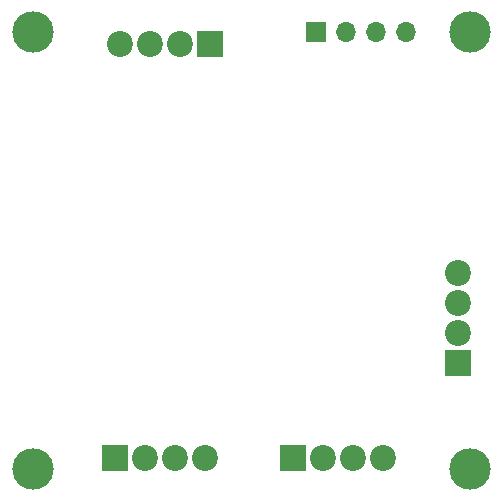
<source format=gbr>
%TF.GenerationSoftware,KiCad,Pcbnew,(5.1.8-0-10_14)*%
%TF.CreationDate,2020-12-02T22:30:47-05:00*%
%TF.ProjectId,Bartender Bot PCB,42617274-656e-4646-9572-20426f742050,rev?*%
%TF.SameCoordinates,Original*%
%TF.FileFunction,Soldermask,Bot*%
%TF.FilePolarity,Negative*%
%FSLAX46Y46*%
G04 Gerber Fmt 4.6, Leading zero omitted, Abs format (unit mm)*
G04 Created by KiCad (PCBNEW (5.1.8-0-10_14)) date 2020-12-02 22:30:47*
%MOMM*%
%LPD*%
G01*
G04 APERTURE LIST*
%ADD10C,2.200000*%
%ADD11R,2.200000X2.200000*%
%ADD12C,3.505200*%
%ADD13R,1.700000X1.700000*%
%ADD14O,1.700000X1.700000*%
G04 APERTURE END LIST*
D10*
%TO.C,J6*%
X110380000Y-44000000D03*
X112920000Y-44000000D03*
X115460000Y-44000000D03*
D11*
X118000000Y-44000000D03*
%TD*%
D10*
%TO.C,J5*%
X132620000Y-79000000D03*
X130080000Y-79000000D03*
X127540000Y-79000000D03*
D11*
X125000000Y-79000000D03*
%TD*%
D10*
%TO.C,J4*%
X117620000Y-79000000D03*
X115080000Y-79000000D03*
X112540000Y-79000000D03*
D11*
X110000000Y-79000000D03*
%TD*%
D10*
%TO.C,J3*%
X139000000Y-63380000D03*
X139000000Y-65920000D03*
X139000000Y-68460000D03*
D11*
X139000000Y-71000000D03*
%TD*%
D12*
%TO.C,*%
X140000000Y-80000000D03*
%TD*%
%TO.C,*%
X103000000Y-80000000D03*
%TD*%
%TO.C,*%
X140000000Y-43000000D03*
%TD*%
%TO.C,*%
X103000000Y-43000000D03*
%TD*%
D13*
%TO.C,J1*%
X127000000Y-43000000D03*
D14*
X129540000Y-43000000D03*
X132080000Y-43000000D03*
X134620000Y-43000000D03*
%TD*%
M02*

</source>
